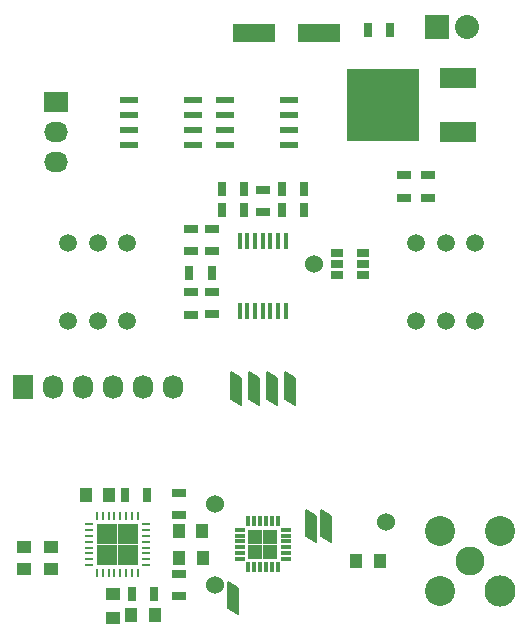
<source format=gts>
G04 #@! TF.FileFunction,Soldermask,Top*
%FSLAX46Y46*%
G04 Gerber Fmt 4.6, Leading zero omitted, Abs format (unit mm)*
G04 Created by KiCad (PCBNEW (2015-09-23 BZR 6209)-product) date Thu 24 Sep 2015 02:01:43 PM EDT*
%MOMM*%
G01*
G04 APERTURE LIST*
%ADD10C,0.100000*%
%ADD11C,0.150000*%
%ADD12R,3.599180X1.600200*%
%ADD13R,1.000000X1.250000*%
%ADD14R,1.250000X1.000000*%
%ADD15R,0.700000X1.300000*%
%ADD16R,1.300000X0.700000*%
%ADD17C,1.500000*%
%ADD18R,1.550000X0.600000*%
%ADD19R,1.060000X0.650000*%
%ADD20R,0.450000X1.450000*%
%ADD21R,3.048000X1.651000*%
%ADD22R,6.096000X6.096000*%
%ADD23R,0.250000X0.700000*%
%ADD24R,0.700000X0.250000*%
%ADD25R,1.725000X1.725000*%
%ADD26R,0.300000X0.850000*%
%ADD27R,0.850000X0.300000*%
%ADD28R,1.300000X1.300000*%
%ADD29R,1.300000X1.100000*%
%ADD30C,1.524000*%
%ADD31R,2.032000X1.727200*%
%ADD32O,2.032000X1.727200*%
%ADD33R,2.032000X2.032000*%
%ADD34O,2.032000X2.032000*%
%ADD35C,2.440000*%
%ADD36C,2.540000*%
%ADD37C,2.640000*%
%ADD38R,1.727200X2.032000*%
%ADD39O,1.727200X2.032000*%
G04 APERTURE END LIST*
D10*
D11*
X20066000Y-50977800D02*
X20066000Y-52298600D01*
X20142200Y-50952400D02*
X20040600Y-50876200D01*
X20142200Y-52451000D02*
X20142200Y-50952400D01*
X19964400Y-52324000D02*
X20142200Y-52451000D01*
X19964400Y-50850800D02*
X19964400Y-52324000D01*
X20218400Y-50901600D02*
X19964400Y-50749200D01*
X20218400Y-52603400D02*
X20218400Y-50901600D01*
X19888200Y-52374800D02*
X20218400Y-52603400D01*
X19888200Y-50698400D02*
X19888200Y-52374800D01*
X20294600Y-50850800D02*
X19888200Y-50622200D01*
X20294600Y-52730400D02*
X20294600Y-50850800D01*
X19812000Y-52425600D02*
X20294600Y-52730400D01*
X19812000Y-50596800D02*
X19812000Y-52425600D01*
X20370800Y-50825400D02*
X19812000Y-50495200D01*
X20370800Y-52882800D02*
X20370800Y-50825400D01*
X19735800Y-52476400D02*
X20370800Y-52882800D01*
X19735800Y-50444400D02*
X19735800Y-52476400D01*
X20472400Y-50800000D02*
X19659600Y-50317400D01*
X20472400Y-53035200D02*
X20472400Y-50800000D01*
X19659600Y-52527200D02*
X20472400Y-53035200D01*
X19659600Y-50317400D02*
X19659600Y-52527200D01*
X20320000Y-34620200D02*
X20320000Y-33299400D01*
X20243800Y-34645600D02*
X20345400Y-34721800D01*
X20243800Y-33147000D02*
X20243800Y-34645600D01*
X20421600Y-33274000D02*
X20243800Y-33147000D01*
X20421600Y-34747200D02*
X20421600Y-33274000D01*
X20167600Y-34696400D02*
X20421600Y-34848800D01*
X20167600Y-32994600D02*
X20167600Y-34696400D01*
X20497800Y-33223200D02*
X20167600Y-32994600D01*
X20497800Y-34899600D02*
X20497800Y-33223200D01*
X20091400Y-34747200D02*
X20497800Y-34975800D01*
X20091400Y-32867600D02*
X20091400Y-34747200D01*
X20574000Y-33172400D02*
X20091400Y-32867600D01*
X20574000Y-35001200D02*
X20574000Y-33172400D01*
X20015200Y-34772600D02*
X20574000Y-35102800D01*
X20015200Y-32715200D02*
X20015200Y-34772600D01*
X20650200Y-33121600D02*
X20015200Y-32715200D01*
X20650200Y-35153600D02*
X20650200Y-33121600D01*
X19913600Y-34798000D02*
X20726400Y-35280600D01*
X19913600Y-32562800D02*
X19913600Y-34798000D01*
X20726400Y-33070800D02*
X19913600Y-32562800D01*
X20726400Y-35280600D02*
X20726400Y-33070800D01*
X21844000Y-34620200D02*
X21844000Y-33299400D01*
X21767800Y-34645600D02*
X21869400Y-34721800D01*
X21767800Y-33147000D02*
X21767800Y-34645600D01*
X21945600Y-33274000D02*
X21767800Y-33147000D01*
X21945600Y-34747200D02*
X21945600Y-33274000D01*
X21691600Y-34696400D02*
X21945600Y-34848800D01*
X21691600Y-32994600D02*
X21691600Y-34696400D01*
X22021800Y-33223200D02*
X21691600Y-32994600D01*
X22021800Y-34899600D02*
X22021800Y-33223200D01*
X21615400Y-34747200D02*
X22021800Y-34975800D01*
X21615400Y-32867600D02*
X21615400Y-34747200D01*
X22098000Y-33172400D02*
X21615400Y-32867600D01*
X22098000Y-35001200D02*
X22098000Y-33172400D01*
X21539200Y-34772600D02*
X22098000Y-35102800D01*
X21539200Y-32715200D02*
X21539200Y-34772600D01*
X22174200Y-33121600D02*
X21539200Y-32715200D01*
X22174200Y-35153600D02*
X22174200Y-33121600D01*
X21437600Y-34798000D02*
X22250400Y-35280600D01*
X21437600Y-32562800D02*
X21437600Y-34798000D01*
X22250400Y-33070800D02*
X21437600Y-32562800D01*
X22250400Y-35280600D02*
X22250400Y-33070800D01*
X24892000Y-34620200D02*
X24892000Y-33299400D01*
X24815800Y-34645600D02*
X24917400Y-34721800D01*
X24815800Y-33147000D02*
X24815800Y-34645600D01*
X24993600Y-33274000D02*
X24815800Y-33147000D01*
X24993600Y-34747200D02*
X24993600Y-33274000D01*
X24739600Y-34696400D02*
X24993600Y-34848800D01*
X24739600Y-32994600D02*
X24739600Y-34696400D01*
X25069800Y-33223200D02*
X24739600Y-32994600D01*
X25069800Y-34899600D02*
X25069800Y-33223200D01*
X24663400Y-34747200D02*
X25069800Y-34975800D01*
X24663400Y-32867600D02*
X24663400Y-34747200D01*
X25146000Y-33172400D02*
X24663400Y-32867600D01*
X25146000Y-35001200D02*
X25146000Y-33172400D01*
X24587200Y-34772600D02*
X25146000Y-35102800D01*
X24587200Y-32715200D02*
X24587200Y-34772600D01*
X25222200Y-33121600D02*
X24587200Y-32715200D01*
X25222200Y-35153600D02*
X25222200Y-33121600D01*
X24485600Y-34798000D02*
X25298400Y-35280600D01*
X24485600Y-32562800D02*
X24485600Y-34798000D01*
X25298400Y-33070800D02*
X24485600Y-32562800D01*
X25298400Y-35280600D02*
X25298400Y-33070800D01*
X23368000Y-34620200D02*
X23368000Y-33299400D01*
X23291800Y-34645600D02*
X23393400Y-34721800D01*
X23291800Y-33147000D02*
X23291800Y-34645600D01*
X23469600Y-33274000D02*
X23291800Y-33147000D01*
X23469600Y-34747200D02*
X23469600Y-33274000D01*
X23215600Y-34696400D02*
X23469600Y-34848800D01*
X23215600Y-32994600D02*
X23215600Y-34696400D01*
X23545800Y-33223200D02*
X23215600Y-32994600D01*
X23545800Y-34899600D02*
X23545800Y-33223200D01*
X23139400Y-34747200D02*
X23545800Y-34975800D01*
X23139400Y-32867600D02*
X23139400Y-34747200D01*
X23622000Y-33172400D02*
X23139400Y-32867600D01*
X23622000Y-35001200D02*
X23622000Y-33172400D01*
X23063200Y-34772600D02*
X23622000Y-35102800D01*
X23063200Y-32715200D02*
X23063200Y-34772600D01*
X23698200Y-33121600D02*
X23063200Y-32715200D01*
X23698200Y-35153600D02*
X23698200Y-33121600D01*
X22961600Y-34798000D02*
X23774400Y-35280600D01*
X22961600Y-32562800D02*
X22961600Y-34798000D01*
X23774400Y-33070800D02*
X22961600Y-32562800D01*
X23774400Y-35280600D02*
X23774400Y-33070800D01*
X26670000Y-44881800D02*
X26670000Y-46202600D01*
X26746200Y-44856400D02*
X26644600Y-44780200D01*
X26746200Y-46355000D02*
X26746200Y-44856400D01*
X26568400Y-46228000D02*
X26746200Y-46355000D01*
X26568400Y-44754800D02*
X26568400Y-46228000D01*
X26822400Y-44805600D02*
X26568400Y-44653200D01*
X26822400Y-46507400D02*
X26822400Y-44805600D01*
X26492200Y-46278800D02*
X26822400Y-46507400D01*
X26492200Y-44602400D02*
X26492200Y-46278800D01*
X26898600Y-44754800D02*
X26492200Y-44526200D01*
X26898600Y-46634400D02*
X26898600Y-44754800D01*
X26416000Y-46329600D02*
X26898600Y-46634400D01*
X26416000Y-44500800D02*
X26416000Y-46329600D01*
X26974800Y-44729400D02*
X26416000Y-44399200D01*
X26974800Y-46786800D02*
X26974800Y-44729400D01*
X26339800Y-46380400D02*
X26974800Y-46786800D01*
X26339800Y-44348400D02*
X26339800Y-46380400D01*
X27076400Y-44704000D02*
X26263600Y-44221400D01*
X27076400Y-46939200D02*
X27076400Y-44704000D01*
X26263600Y-46431200D02*
X27076400Y-46939200D01*
X26263600Y-44221400D02*
X26263600Y-46431200D01*
X27940000Y-44881800D02*
X27940000Y-46202600D01*
X28016200Y-44856400D02*
X27914600Y-44780200D01*
X28016200Y-46355000D02*
X28016200Y-44856400D01*
X27838400Y-46228000D02*
X28016200Y-46355000D01*
X27838400Y-44754800D02*
X27838400Y-46228000D01*
X28092400Y-44805600D02*
X27838400Y-44653200D01*
X28092400Y-46507400D02*
X28092400Y-44805600D01*
X27762200Y-46278800D02*
X28092400Y-46507400D01*
X27762200Y-44602400D02*
X27762200Y-46278800D01*
X28168600Y-44754800D02*
X27762200Y-44526200D01*
X28168600Y-46634400D02*
X28168600Y-44754800D01*
X27686000Y-46329600D02*
X28168600Y-46634400D01*
X27686000Y-44500800D02*
X27686000Y-46329600D01*
X28244800Y-44729400D02*
X27686000Y-44399200D01*
X28244800Y-46786800D02*
X28244800Y-44729400D01*
X27609800Y-46380400D02*
X28244800Y-46786800D01*
X27609800Y-44348400D02*
X27609800Y-46380400D01*
X28346400Y-44704000D02*
X27533600Y-44221400D01*
X28346400Y-46939200D02*
X28346400Y-44704000D01*
X27533600Y-46431200D02*
X28346400Y-46939200D01*
X27533600Y-44221400D02*
X27533600Y-46431200D01*
D12*
X27388820Y-3810000D03*
X21887180Y-3810000D03*
D13*
X17494000Y-45974000D03*
X15494000Y-45974000D03*
X17526000Y-48260000D03*
X15526000Y-48260000D03*
X9620000Y-42926000D03*
X7620000Y-42926000D03*
D14*
X9906000Y-51340000D03*
X9906000Y-53340000D03*
D13*
X32496000Y-48514000D03*
X30496000Y-48514000D03*
X13462000Y-53086000D03*
X11462000Y-53086000D03*
D15*
X31496000Y-3556000D03*
X33396000Y-3556000D03*
D16*
X34544000Y-17780000D03*
X34544000Y-15880000D03*
X36576000Y-17780000D03*
X36576000Y-15880000D03*
D15*
X16388000Y-24130000D03*
X18288000Y-24130000D03*
D16*
X18288000Y-27620000D03*
X18288000Y-25720000D03*
X18288000Y-20386000D03*
X18288000Y-22286000D03*
X16510000Y-27686000D03*
X16510000Y-25786000D03*
X16510000Y-20386000D03*
X16510000Y-22286000D03*
X22606000Y-17084000D03*
X22606000Y-18984000D03*
D15*
X26096000Y-17018000D03*
X24196000Y-17018000D03*
X19116000Y-17018000D03*
X21016000Y-17018000D03*
X26096000Y-18796000D03*
X24196000Y-18796000D03*
X19116000Y-18796000D03*
X21016000Y-18796000D03*
X10922000Y-42926000D03*
X12822000Y-42926000D03*
D16*
X15494000Y-51496000D03*
X15494000Y-49596000D03*
X15494000Y-42738000D03*
X15494000Y-44638000D03*
D15*
X11496000Y-51308000D03*
X13396000Y-51308000D03*
D17*
X38100000Y-28194000D03*
X35600000Y-28194000D03*
X40600000Y-28194000D03*
X38100000Y-21590000D03*
X35600000Y-21590000D03*
X40600000Y-21590000D03*
X8636000Y-21590000D03*
X6136000Y-21590000D03*
X11136000Y-21590000D03*
X8636000Y-28194000D03*
X6136000Y-28194000D03*
X11136000Y-28194000D03*
D18*
X24798000Y-13335000D03*
X24798000Y-12065000D03*
X24798000Y-10795000D03*
X24798000Y-9525000D03*
X19398000Y-9525000D03*
X19398000Y-10795000D03*
X19398000Y-12065000D03*
X19398000Y-13335000D03*
X16670000Y-13335000D03*
X16670000Y-12065000D03*
X16670000Y-10795000D03*
X16670000Y-9525000D03*
X11270000Y-9525000D03*
X11270000Y-10795000D03*
X11270000Y-12065000D03*
X11270000Y-13335000D03*
D19*
X31072000Y-24318000D03*
X31072000Y-23368000D03*
X31072000Y-22418000D03*
X28872000Y-22418000D03*
X28872000Y-24318000D03*
X28872000Y-23368000D03*
D20*
X20656000Y-27334000D03*
X21306000Y-27334000D03*
X21956000Y-27334000D03*
X22606000Y-27334000D03*
X23256000Y-27334000D03*
X23906000Y-27334000D03*
X24556000Y-27334000D03*
X24556000Y-21434000D03*
X23906000Y-21434000D03*
X23256000Y-21434000D03*
X22606000Y-21434000D03*
X21956000Y-21434000D03*
X21306000Y-21434000D03*
X20656000Y-21434000D03*
D21*
X39116000Y-12192000D03*
D22*
X32766000Y-9906000D03*
D21*
X39116000Y-7620000D03*
D23*
X8550000Y-49537000D03*
X9050000Y-49537000D03*
X9550000Y-49537000D03*
X10050000Y-49537000D03*
X10550000Y-49537000D03*
X11050000Y-49537000D03*
X11550000Y-49537000D03*
X12050000Y-49537000D03*
D24*
X12700000Y-48887000D03*
X12700000Y-48387000D03*
X12700000Y-47887000D03*
X12700000Y-47387000D03*
X12700000Y-46887000D03*
X12700000Y-46387000D03*
X12700000Y-45887000D03*
X12700000Y-45387000D03*
D23*
X12050000Y-44737000D03*
X11550000Y-44737000D03*
X11050000Y-44737000D03*
X10550000Y-44737000D03*
X10050000Y-44737000D03*
X9550000Y-44737000D03*
X9050000Y-44737000D03*
X8550000Y-44737000D03*
D24*
X7900000Y-45387000D03*
X7900000Y-45887000D03*
X7900000Y-46387000D03*
X7900000Y-46887000D03*
X7900000Y-47387000D03*
X7900000Y-47887000D03*
X7900000Y-48387000D03*
X7900000Y-48887000D03*
D25*
X11162500Y-46274500D03*
X9437500Y-46274500D03*
X11162500Y-47999500D03*
X9437500Y-47999500D03*
D26*
X21356000Y-49067000D03*
X21856000Y-49067000D03*
X22356000Y-49067000D03*
X22856000Y-49067000D03*
X23356000Y-49067000D03*
X23856000Y-49067000D03*
D27*
X24556000Y-48367000D03*
X24556000Y-47867000D03*
X24556000Y-47367000D03*
X24556000Y-46867000D03*
X24556000Y-46367000D03*
X24556000Y-45867000D03*
D26*
X23856000Y-45167000D03*
X23356000Y-45167000D03*
X22856000Y-45167000D03*
X22356000Y-45167000D03*
X21856000Y-45167000D03*
X21356000Y-45167000D03*
D27*
X20656000Y-45867000D03*
X20656000Y-46367000D03*
X20656000Y-46867000D03*
X20656000Y-47367000D03*
X20656000Y-47867000D03*
X20656000Y-48367000D03*
D28*
X23256000Y-46467000D03*
X21956000Y-46467000D03*
X23256000Y-47767000D03*
X21956000Y-47767000D03*
D29*
X2406000Y-47310000D03*
X4706000Y-47310000D03*
X2406000Y-49210000D03*
X4706000Y-49210000D03*
D30*
X26924000Y-23368000D03*
X18542000Y-43688000D03*
X33020000Y-45212000D03*
D31*
X5080000Y-9652000D03*
D32*
X5080000Y-12192000D03*
X5080000Y-14732000D03*
D33*
X37338000Y-3302000D03*
D34*
X39878000Y-3302000D03*
D30*
X18542000Y-50546000D03*
D35*
X40132000Y-48514000D03*
D36*
X37592000Y-45974000D03*
X42672000Y-45974000D03*
X37592000Y-51054000D03*
D37*
X42672000Y-51054000D03*
D38*
X2286000Y-33782000D03*
D39*
X4826000Y-33782000D03*
X7366000Y-33782000D03*
X9906000Y-33782000D03*
X12446000Y-33782000D03*
X14986000Y-33782000D03*
M02*

</source>
